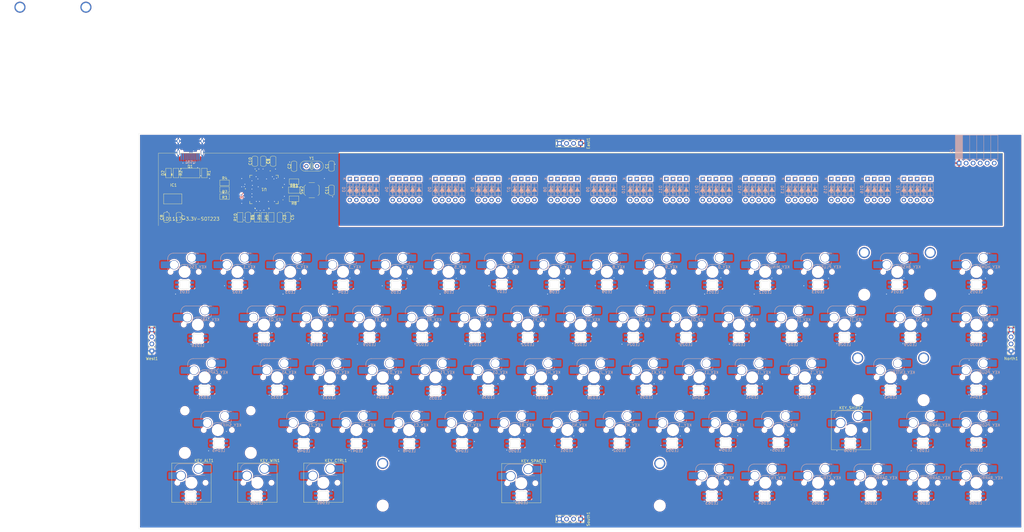
<source format=kicad_pcb>
(kicad_pcb
	(version 20241229)
	(generator "pcbnew")
	(generator_version "9.0")
	(general
		(thickness 1.6)
		(legacy_teardrops no)
	)
	(paper "A3")
	(layers
		(0 "F.Cu" signal)
		(4 "In1.Cu" signal)
		(6 "In2.Cu" signal)
		(2 "B.Cu" signal)
		(9 "F.Adhes" user "F.Adhesive")
		(11 "B.Adhes" user "B.Adhesive")
		(13 "F.Paste" user)
		(15 "B.Paste" user)
		(5 "F.SilkS" user "F.Silkscreen")
		(7 "B.SilkS" user "B.Silkscreen")
		(1 "F.Mask" user)
		(3 "B.Mask" user)
		(17 "Dwgs.User" user "User.Drawings")
		(19 "Cmts.User" user "User.Comments")
		(21 "Eco1.User" user "User.Eco1")
		(23 "Eco2.User" user "User.Eco2")
		(25 "Edge.Cuts" user)
		(27 "Margin" user)
		(31 "F.CrtYd" user "F.Courtyard")
		(29 "B.CrtYd" user "B.Courtyard")
		(35 "F.Fab" user)
		(33 "B.Fab" user)
		(39 "User.1" user)
		(41 "User.2" user)
		(43 "User.3" user)
		(45 "User.4" user)
		(47 "User.5" user)
		(49 "User.6" user)
		(51 "User.7" user)
		(53 "User.8" user)
		(55 "User.9" user)
	)
	(setup
		(stackup
			(layer "F.SilkS"
				(type "Top Silk Screen")
			)
			(layer "F.Paste"
				(type "Top Solder Paste")
			)
			(layer "F.Mask"
				(type "Top Solder Mask")
				(thickness 0.01)
			)
			(layer "F.Cu"
				(type "copper")
				(thickness 0.035)
			)
			(layer "dielectric 1"
				(type "prepreg")
				(thickness 0.1)
				(material "FR4")
				(epsilon_r 4.5)
				(loss_tangent 0.02)
			)
			(layer "In1.Cu"
				(type "copper")
				(thickness 0.035)
			)
			(layer "dielectric 2"
				(type "core")
				(thickness 1.24)
				(material "FR4")
				(epsilon_r 4.5)
				(loss_tangent 0.02)
			)
			(layer "In2.Cu"
				(type "copper")
				(thickness 0.035)
			)
			(layer "dielectric 3"
				(type "prepreg")
				(thickness 0.1)
				(material "FR4")
				(epsilon_r 4.5)
				(loss_tangent 0.02)
			)
			(layer "B.Cu"
				(type "copper")
				(thickness 0.035)
			)
			(layer "B.Mask"
				(type "Bottom Solder Mask")
				(thickness 0.01)
			)
			(layer "B.Paste"
				(type "Bottom Solder Paste")
			)
			(layer "B.SilkS"
				(type "Bottom Silk Screen")
			)
			(copper_finish "HAL lead-free")
			(dielectric_constraints no)
		)
		(pad_to_mask_clearance 0)
		(allow_soldermask_bridges_in_footprints no)
		(tenting front back)
		(grid_origin 44.85125 47.625)
		(pcbplotparams
			(layerselection 0x00000000_00000000_55555555_5755f5ff)
			(plot_on_all_layers_selection 0x00000000_00000000_00000000_00000000)
			(disableapertmacros no)
			(usegerberextensions no)
			(usegerberattributes yes)
			(usegerberadvancedattributes yes)
			(creategerberjobfile yes)
			(dashed_line_dash_ratio 12.000000)
			(dashed_line_gap_ratio 3.000000)
			(svgprecision 4)
			(plotframeref no)
			(mode 1)
			(useauxorigin no)
			(hpglpennumber 1)
			(hpglpenspeed 20)
			(hpglpendiameter 15.000000)
			(pdf_front_fp_property_popups yes)
			(pdf_back_fp_property_popups yes)
			(pdf_metadata yes)
			(pdf_single_document no)
			(dxfpolygonmode yes)
			(dxfimperialunits yes)
			(dxfusepcbnewfont yes)
			(psnegative no)
			(psa4output no)
			(plot_black_and_white yes)
			(sketchpadsonfab no)
			(plotpadnumbers no)
			(hidednponfab no)
			(sketchdnponfab yes)
			(crossoutdnponfab yes)
			(subtractmaskfromsilk no)
			(outputformat 1)
			(mirror no)
			(drillshape 1)
			(scaleselection 1)
			(outputdirectory "")
		)
	)
	(net 0 "")
	(net 1 "GND")
	(net 2 "+3.3V")
	(net 3 "+5V")
	(net 4 "Net-(D3-A)")
	(net 5 "Net-(D4-A)")
	(net 6 "Net-(D5-A)")
	(net 7 "Net-(D6-A)")
	(net 8 "Net-(D7-A)")
	(net 9 "Net-(D8-A)")
	(net 10 "Net-(D9-A)")
	(net 11 "Net-(D10-A)")
	(net 12 "Net-(D11-A)")
	(net 13 "Net-(D12-A)")
	(net 14 "Net-(D13-A)")
	(net 15 "Net-(D14-A)")
	(net 16 "Net-(D15-A)")
	(net 17 "Net-(D16-A)")
	(net 18 "Net-(D17-A)")
	(net 19 "Net-(D18-A)")
	(net 20 "Net-(D19-A)")
	(net 21 "Net-(D20-A)")
	(net 22 "Net-(D21-A)")
	(net 23 "Net-(D22-A)")
	(net 24 "Net-(D23-A)")
	(net 25 "Net-(D29-A)")
	(net 26 "Net-(D30-A)")
	(net 27 "Net-(D31-A)")
	(net 28 "Net-(D32-A)")
	(net 29 "Net-(D33-A)")
	(net 30 "Net-(D24-A)")
	(net 31 "Net-(D25-A)")
	(net 32 "Net-(D26-A)")
	(net 33 "Net-(D27-A)")
	(net 34 "Net-(D28-A)")
	(net 35 "Net-(D34-A)")
	(net 36 "/COL2")
	(net 37 "/COL3")
	(net 38 "/COL4")
	(net 39 "/COL5")
	(net 40 "/COL1")
	(net 41 "Net-(LED1-DOUT)")
	(net 42 "unconnected-(LED1-VDD-Pad1)")
	(net 43 "Net-(U1-OSCIN)")
	(net 44 "Net-(U1-OSCOUT)")
	(net 45 "Net-(U1-VCAP)")
	(net 46 "/NRST")
	(net 47 "/D+")
	(net 48 "/D-")
	(net 49 "/ROW1")
	(net 50 "/ROW2")
	(net 51 "/ROW3")
	(net 52 "/ROW4")
	(net 53 "/ROW5")
	(net 54 "Net-(D35-A)")
	(net 55 "unconnected-(LED1-VSS-Pad4)")
	(net 56 "/UART_TX_EAST")
	(net 57 "/UART_RX_EAST")
	(net 58 "Net-(U1-VDDA)")
	(net 59 "/RGB_DATAIN")
	(net 60 "Net-(D36-A)")
	(net 61 "Net-(D37-A)")
	(net 62 "Net-(D38-A)")
	(net 63 "Net-(D39-A)")
	(net 64 "Net-(D40-A)")
	(net 65 "Net-(D41-A)")
	(net 66 "Net-(D42-A)")
	(net 67 "Net-(D43-A)")
	(net 68 "Net-(D44-A)")
	(net 69 "Net-(D45-A)")
	(net 70 "Net-(D46-A)")
	(net 71 "Net-(D47-A)")
	(net 72 "Net-(D48-A)")
	(net 73 "Net-(D50-A)")
	(net 74 "Net-(D51-A)")
	(net 75 "Net-(D52-A)")
	(net 76 "Net-(D53-A)")
	(net 77 "Net-(D54-A)")
	(net 78 "Net-(D55-A)")
	(net 79 "Net-(D56-A)")
	(net 80 "Net-(D57-A)")
	(net 81 "Net-(D58-A)")
	(net 82 "/UART_TX_NORTH")
	(net 83 "/UART_RX_NORTH")
	(net 84 "Net-(USB1-CC2)")
	(net 85 "Net-(USB1-CC1)")
	(net 86 "Net-(U1-PA11)")
	(net 87 "Net-(U1-PA12)")
	(net 88 "Net-(U1-BOOT)")
	(net 89 "/JTCLK")
	(net 90 "Net-(J1-Pin_2)")
	(net 91 "/JTMS")
	(net 92 "Net-(J1-Pin_4)")
	(net 93 "Net-(J1-Pin_5)")
	(net 94 "Net-(J1-Pin_6)")
	(net 95 "/SWO")
	(net 96 "/UART_TX_SOUTH")
	(net 97 "/UART_RX_SOUTH")
	(net 98 "unconnected-(U1-PB12-Pad33)")
	(net 99 "AGND")
	(net 100 "Net-(D59-A)")
	(net 101 "/UART_TX_WEST")
	(net 102 "unconnected-(U1-PC14-Pad3)")
	(net 103 "unconnected-(U1-PC15-Pad4)")
	(net 104 "Net-(D60-A)")
	(net 105 "Net-(D61-A)")
	(net 106 "Net-(D62-A)")
	(net 107 "unconnected-(U1-PC1-Pad9)")
	(net 108 "unconnected-(U1-PC3-Pad11)")
	(net 109 "Net-(D64-A)")
	(net 110 "unconnected-(U1-PC2-Pad10)")
	(net 111 "Net-(D65-A)")
	(net 112 "Net-(D68-A)")
	(net 113 "/UART_RX_WEST")
	(net 114 "Net-(D71-A)")
	(net 115 "Net-(D72-A)")
	(net 116 "Net-(D73-A)")
	(net 117 "unconnected-(U1-PC0-Pad8)")
	(net 118 "unconnected-(U1-PC13-Pad2)")
	(net 119 "Net-(D2-A)")
	(net 120 "unconnected-(USB1-SBU2-Pad3)")
	(net 121 "unconnected-(USB1-SBU1-Pad9)")
	(net 122 "unconnected-(U1-PB8-Pad61)")
	(net 123 "unconnected-(U1-PB9-Pad62)")
	(net 124 "Net-(D74-A)")
	(net 125 "Net-(D75-A)")
	(net 126 "Net-(D76-A)")
	(net 127 "/COL12")
	(net 128 "/COL9")
	(net 129 "/COL10")
	(net 130 "/COL11")
	(net 131 "/COL6")
	(net 132 "/COL7")
	(net 133 "/COL8")
	(net 134 "/COL14")
	(net 135 "/COL13")
	(net 136 "/COL15")
	(net 137 "unconnected-(U1-PC4-Pad24)")
	(net 138 "unconnected-(LED1-DIN-Pad3)")
	(net 139 "Net-(LED2-DOUT)")
	(net 140 "unconnected-(LED2-VSS-Pad4)")
	(net 141 "unconnected-(LED2-VDD-Pad1)")
	(net 142 "unconnected-(LED3-VSS-Pad4)")
	(net 143 "unconnected-(LED3-VDD-Pad1)")
	(net 144 "Net-(LED3-DOUT)")
	(net 145 "unconnected-(LED4-VDD-Pad1)")
	(net 146 "unconnected-(LED4-VSS-Pad4)")
	(net 147 "Net-(LED4-DOUT)")
	(net 148 "unconnected-(LED5-VDD-Pad1)")
	(net 149 "Net-(LED5-DOUT)")
	(net 150 "unconnected-(LED5-VSS-Pad4)")
	(net 151 "unconnected-(LED6-VDD-Pad1)")
	(net 152 "unconnected-(LED6-VSS-Pad4)")
	(net 153 "Net-(LED6-DOUT)")
	(net 154 "unconnected-(LED7-VDD-Pad1)")
	(net 155 "unconnected-(LED7-VSS-Pad4)")
	(net 156 "Net-(LED7-DOUT)")
	(net 157 "Net-(LED8-DOUT)")
	(net 158 "unconnected-(LED8-VDD-Pad1)")
	(net 159 "unconnected-(LED8-VSS-Pad4)")
	(net 160 "Net-(LED10-DIN)")
	(net 161 "unconnected-(LED9-VDD-Pad1)")
	(net 162 "unconnected-(LED9-VSS-Pad4)")
	(net 163 "Net-(LED10-DOUT)")
	(net 164 "unconnected-(LED10-VDD-Pad1)")
	(net 165 "unconnected-(LED10-VSS-Pad4)")
	(net 166 "Net-(LED11-DOUT)")
	(net 167 "unconnected-(LED11-VDD-Pad1)")
	(net 168 "unconnected-(LED11-VSS-Pad4)")
	(net 169 "unconnected-(LED12-VDD-Pad1)")
	(net 170 "unconnected-(LED12-VSS-Pad4)")
	(net 171 "Net-(LED12-DOUT)")
	(net 172 "Net-(LED13-DOUT)")
	(net 173 "unconnected-(LED13-VSS-Pad4)")
	(net 174 "unconnected-(LED13-VDD-Pad1)")
	(net 175 "unconnected-(LED14-VDD-Pad1)")
	(net 176 "Net-(LED14-DOUT)")
	(net 177 "unconnected-(LED14-VSS-Pad4)")
	(net 178 "unconnected-(LED15-VSS-Pad4)")
	(net 179 "Net-(LED15-DOUT)")
	(net 180 "unconnected-(LED15-VDD-Pad1)")
	(net 181 "Net-(LED16-DOUT)")
	(net 182 "unconnected-(LED16-VDD-Pad1)")
	(net 183 "unconnected-(LED16-VSS-Pad4)")
	(net 184 "unconnected-(LED17-VDD-Pad1)")
	(net 185 "unconnected-(LED17-VSS-Pad4)")
	(net 186 "Net-(LED17-DOUT)")
	(net 187 "unconnected-(LED18-VDD-Pad1)")
	(net 188 "unconnected-(LED18-VSS-Pad4)")
	(net 189 "Net-(LED18-DOUT)")
	(net 190 "Net-(LED19-DOUT)")
	(net 191 "unconnected-(LED19-VDD-Pad1)")
	(net 192 "unconnected-(LED19-VSS-Pad4)")
	(net 193 "unconnected-(LED20-VSS-Pad4)")
	(net 194 "unconnected-(LED20-VDD-Pad1)")
	(net 195 "Net-(LED20-DOUT)")
	(net 196 "unconnected-(LED21-VSS-Pad4)")
	(net 197 "unconnected-(LED21-VDD-Pad1)")
	(net 198 "Net-(LED21-DOUT)")
	(net 199 "unconnected-(LED22-VSS-Pad4)")
	(net 200 "Net-(LED22-DOUT)")
	(net 201 "unconnected-(LED22-VDD-Pad1)")
	(net 202 "Net-(LED23-DOUT)")
	(net 203 "unconnected-(LED23-VDD-Pad1)")
	(net 204 "unconnected-(LED23-VSS-Pad4)")
	(net 205 "unconnected-(LED24-VDD-Pad1)")
	(net 206 "Net-(LED24-DOUT)")
	(net 207 "unconnected-(LED24-VSS-Pad4)")
	(net 208 "unconnected-(LED25-VSS-Pad4)")
	(net 209 "unconnected-(LED25-VDD-Pad1)")
	(net 210 "Net-(LED25-DOUT)")
	(net 211 "Net-(LED26-DOUT)")
	(net 212 "unconnected-(LED26-VSS-Pad4)")
	(net 213 "unconnected-(LED26-VDD-Pad1)")
	(net 214 "unconnected-(LED27-VSS-Pad4)")
	(net 215 "unconnected-(LED27-VDD-Pad1)")
	(net 216 "Net-(LED27-DOUT)")
	(net 217 "unconnected-(LED28-VSS-Pad4)")
	(net 218 "unconnected-(LED28-VDD-Pad1)")
	(net 219 "Net-(LED28-DOUT)")
	(net 220 "unconnected-(LED29-VDD-Pad1)")
	(net 221 "Net-(LED29-DOUT)")
	(net 222 "unconnected-(LED29-VSS-Pad4)")
	(net 223 "Net-(LED30-DOUT)")
	(net 224 "unconnected-(LED30-VSS-Pad4)")
	(net 225 "unconnected-(LED30-VDD-Pad1)")
	(net 226 "Net-(LED31-DOUT)")
	(net 227 "unconnected-(LED31-VSS-Pad4)")
	(net 228 "unconnected-(LED31-VDD-Pad1)")
	(net 229 "unconnected-(LED32-VSS-Pad4)")
	(net 230 "unconnected-(LED32-VDD-Pad1)")
	(net 231 "Net-(LED32-DOUT)")
	(net 232 "unconnected-(LED33-VSS-Pad4)")
	(net 233 "unconnected-(LED33-VDD-Pad1)")
	(net 234 "Net-(LED33-DOUT)")
	(net 235 "unconnected-(LED34-VDD-Pad1)")
	(net 236 "Net-(LED34-DOUT)")
	(net 237 "unconnected-(LED34-VSS-Pad4)")
	(net 238 "unconnected-(LED35-VSS-Pad4)")
	(net 239 "Net-(LED35-DOUT)")
	(net 240 "unconnected-(LED35-VDD-Pad1)")
	(net 241 "Net-(LED36-DOUT)")
	(net 242 "unconnected-(LED36-VDD-Pad1)")
	(net 243 "unconnected-(LED36-VSS-Pad4)")
	(net 244 "unconnected-(LED37-VSS-Pad4)")
	(net 245 "unconnected-(LED37-VDD-Pad1)")
	(net 246 "Net-(LED37-DOUT)")
	(net 247 "unconnected-(LED38-VSS-Pad4)")
	(net 248 "unconnected-(LED38-VDD-Pad1)")
	(net 249 "Net-(LED38-DOUT)")
	(net 250 "unconnected-(LED39-VDD-Pad1)")
	(net 251 "Net-(LED39-DOUT)")
	(net 252 "unconnected-(LED39-VSS-Pad4)")
	(net 253 "Net-(LED40-DOUT)")
	(net 254 "unconnected-(LED40-VSS-Pad4)")
	(net 255 "unconnected-(LED40-VDD-Pad1)")
	(net 256 "unconnected-(LED41-VSS-Pad4)")
	(net 257 "Net-(LED41-DOUT)")
	(net 258 "unconnected-(LED41-VDD-Pad1)")
	(net 259 "unconnected-(LED42-VDD-Pad1)")
	(net 260 "unconnected-(LED42-VSS-Pad4)")
	(net 261 "Net-(LED42-DOUT)")
	(net 262 "unconnected-(LED43-VSS-Pad4)")
	(net 263 "unconnected-(LED43-VDD-Pad1)")
	(net 264 "Net-(LED43-DOUT)")
	(net 265 "Net-(LED44-DOUT)")
	(net 266 "unconnected-(LED44-VSS-Pad4)")
	(net 267 "unconnected-(LED44-VDD-Pad1)")
	(net 268 "Net-(LED45-DOUT)")
	(net 269 "unconnected-(LED45-VSS-Pad4)")
	(net 270 "unconnected-(LED45-VDD-Pad1)")
	(net 271 "Net-(LED46-DOUT)")
	(net 272 "unconnected-(LED46-VDD-Pad1)")
	(net 273 "unconnected-(LED46-VSS-Pad4)")
	(net 274 "Net-(LED47-DOUT)")
	(net 275 "unconnected-(LED47-VSS-Pad4)")
	(net 276 "unconnected-(LED47-VDD-Pad1)")
	(net 277 "unconnected-(LED48-VDD-Pad1)")
	(net 278 "unconnected-(LED48-VSS-Pad4)")
	(net 279 "Net-(LED48-DOUT)")
	(net 280 "unconnected-(LED49-VDD-Pad1)")
	(net 281 "unconnected-(LED49-VSS-Pad4)")
	(net 282 "Net-(LED49-DOUT)")
	(net 283 "Net-(LED50-DOUT)")
	(net 284 "unconnected-(LED50-VDD-Pad1)")
	(net 285 "unconnected-(LED50-VSS-Pad4)")
	(net 286 "unconnected-(LED51-VDD-Pad1)")
	(net 287 "unconnected-(LED51-VSS-Pad4)")
	(net 288 "Net-(LED51-DOUT)")
	(net 289 "unconnected-(LED52-VDD-Pad1)")
	(net 290 "Net-(LED52-DOUT)")
	(net 291 "unconnected-(LED52-VSS-Pad4)")
	(net 292 "unconnected-(LED53-VDD-Pad1)")
	(net 293 "unconnected-(LED53-VSS-Pad4)")
	(net 294 "Net-(LED53-DOUT)")
	(net 295 "Net-(LED54-DOUT)")
	(net 296 "unconnected-(LED54-VDD-Pad1)")
	(net 297 "unconnected-(LED54-VSS-Pad4)")
	(net 298 "unconnected-(LED55-VDD-Pad1)")
	(net 299 "unconnected-(LED55-VSS-Pad4)")
	(net 300 "Net-(LED55-DOUT)")
	(net 301 "unconnected-(LED56-VDD-Pad1)")
	(net 302 "Net-(LED56-DOUT)")
	(net 303 "unconnected-(LED56-VSS-Pad4)")
	(net 304 "unconnected-(LED57-VDD-Pad1)")
	(net 305 "Net-(LED57-DOUT)")
	(net 306 "unconnected-(LED57-VSS-Pad4)")
	(net 307 "Net-(LED58-DOUT)")
	(net 308 "unconnected-(LED58-VDD-Pad1)")
	(net 309 "unconnected-(LED58-VSS-Pad4)")
	(net 310 "unconnected-(LED59-VDD-Pad1)")
	(net 311 "Net-(LED59-DOUT)")
	(net 312 "unconnected-(LED59-VSS-Pad4)")
	(net 313 "Net-(LED60-DOUT)")
	(net 314 "unconnected-(LED60-VDD-Pad1)")
	(net 315 "unconnected-(LED60-VSS-Pad4)")
	(net 316 "Net-(LED61-DOUT)")
	(net 317 "unconnected-(LED61-VSS-Pad4)")
	(net 318 "unconnected-(LED61-VDD-Pad1)")
	(net 319 "unconnected-(LED62-VDD-Pad1)")
	(net 320 "unconnected-(LED62-VSS-Pad4)")
	(net 321 "Net-(LED62-DOUT)")
	(net 322 "unconnected-(LED63-VDD-Pad1)")
	(net 323 "unconnected-(LED63-VSS-Pad4)")
	(net 324 "Net-(LED63-DOUT)")
	(net 325 "unconnected-(LED64-VDD-Pad1)")
	(net 326 "unconnected-(LED64-VSS-Pad4)")
	(net 327 "Net-(LED64-DOUT)")
	(net 328 "unconnected-(LED65-VDD-Pad1)")
	(net 329 "Net-(LED65-DOUT)")
	(net 330 "unconnected-(LED65-VSS-Pad4)")
	(net 331 "unconnected-(LED66-VSS-Pad4)")
	(net 332 "Net-(LED66-DOUT)")
	(net 333 "unconnected-(LED66-VDD-Pad1)")
	(net 334 "unconnected-(LED67-VSS-Pad4)")
	(net 335 "unconnected-(LED67-VDD-Pad1)")
	(net 336 "Net-(LED67-DOUT)")
	(net 337 "unconnected-(LED68-VDD-Pad1)")
	(net 338 "unconnected-(LED68-VSS-Pad4)")
	(net 339 "unconnected-(LED68-DOUT-Pad2)")
	(net 340 "unconnected-(U1-PA6-Pad22)")
	(net 341 "unconnected-(U1-PA4-Pad20)")
	(net 342 "unconnected-(U1-PA7-Pad23)")
	(footprint "PCM_Resistor_SMD_AKL:R_0805_2012Metric" (layer "F.Cu") (at 87.6083 77.925 90))
	(footprint "PCM_Capacitor_SMD_AKL:C_0805_2012Metric" (layer "F.Cu") (at 54.8513 77.95 90))
	(footprint "PCM_marbastlib-mx:STAB_MX_P_2u" (layer "F.Cu") (at 318.695 97.6312))
	(footprint "PCM_Resistor_SMD_AKL:R_0805_2012Metric" (layer "F.Cu") (at 100.9513 65.025 180))
	(footprint "PCM_Switch_Keyboard_Hotswap_Kailh:SW_Hotswap_Kailh_MX_Plated_1.25u" (layer "F.Cu") (at 111.5263 173.8312))
	(footprint "PCM_Switch_Keyboard_Hotswap_Kailh:SW_Hotswap_Kailh_MX_Plated_1.25u" (layer "F.Cu") (at 182.9638 173.99))
	(footprint "Connector_PinSocket_2.54mm:PinSocket_1x04_P2.54mm_Vertical" (layer "F.Cu") (at 359.7718 126.2063 180))
	(footprint "PCM_Resistor_SMD_AKL:R_0805_2012Metric" (layer "F.Cu") (at 92.7083 77.925 90))
	(footprint "PCM_Resistor_SMD_AKL:R_0805_2012Metric" (layer "F.Cu") (at 81.4763 77.925 90))
	(footprint "Connector_PinSocket_2.54mm:PinSocket_1x04_P2.54mm_Vertical" (layer "F.Cu") (at 49.6138 126.2063 180))
	(footprint "PCM_marbastlib-mx:STAB_MX_2.25u" (layer "F.Cu") (at 73.4263 154.7812))
	(footprint "PCM_marbastlib-mx:STAB_MX_P_6.25u" (layer "F.Cu") (at 182.9638 173.8312))
	(footprint "PCM_Resistor_SMD_AKL:R_0805_2012Metric" (layer "F.Cu") (at 75.8763 67.8656 180))
	(footprint "PCM_marbastlib-mx:STAB_MX_P_2.25u" (layer "F.Cu") (at 316.3138 135.7312))
	(footprint "PCM_Capacitor_SMD_AKL:C_0805_2012Metric" (layer "F.Cu") (at 93.4013 57.65 90))
	(footprint "PCM_Resistor_SMD_AKL:R_0805_2012Metric" (layer "F.Cu") (at 75.8763 70.425))
	(footprint "PCM_Capacitor_SMD_AKL:C_0805_2012Metric" (layer "F.Cu") (at 100.9513 59.475 90))
	(footprint "PCM_Capacitor_SMD_AKL:C_0805_2012Metric" (layer "F.Cu") (at 89.8513 57.65 -90))
	(footprint "PCM_Capacitor_SMD_AKL:C_0805_2012Metric" (layer "F.Cu") (at 84.3513 77.925 -90))
	(footprint "PCM_Switch_Keyboard_Hotswap_Kailh:SW_Hotswap_Kailh_MX_Plated_1.25u" (layer "F.Cu") (at 63.9013 173.8312))
	(footprint "PCM_marbastlib-various:SW_SPST_SKQG_WithStem" (layer "F.Cu") (at 107.3413 68.125 90))
	(footprint "PCM_Diode_SMD_AKL:D_SOD-323" (layer "F.Cu") (at 55.6513 61.925 90))
	(footprint "PCM_marbastlib-mx:STAB_MX_P_2u" (layer "F.Cu") (at 13.9063 8.985))
	(footprint "PCM_Switch_Keyboard_Hotswap_Kailh:SW_Hotswap_Kailh_MX_Plated_1.25u" (layer "F.Cu") (at 87.7138 173.8312))
	(footprint "PCM_Resistor_SMD_AKL:R_0805_2012Metric" (layer "F.Cu") (at 58.3513 61.925 -90))
	(footprint "PCM_Capacitor_SMD_AKL:C_0805_2012Metric" (layer "F.Cu") (at 86.8013 57.65 90))
	(footprint "PCM_Capacitor_SMD_AKL:C_0805_2012Metric" (layer "F.Cu") (at 114.4763 68.125 90))
	(footprint "PCM_Resistor_SMD_AKL:R_0805_2012Metric"
		(layer "F.Cu")
		(uuid "99d4d3ed-d081-4425-aa84-18455422f1c8")
		(at 90.1083 77.925 90)
		(descr "Resistor SMD 0805 (2012 Metric), square (rectangular) end terminal, IPC_7351 nominal, (Body size source: IPC-SM-782 page 72, https://www.pcb-3d.com/wordpress/wp-content/uploads/ipc-sm-782a_amendment_1_and_2.pdf), Alternate KiCad Library")
		(tags "resistor")
		(property "Reference" "R9"
			(at 0 -1.7 90)
			(layer "F.SilkS")
			(uuid "251251c1-3b9f-4672-ae25-737c31014bd2")
			(effects
				(font
					(size 1 1)
					(thickness 0.15)
				)
			)
		)
		(property "Value" "22"
			(at 0 1.65 90)
			(layer "F.Fab")
			(hide yes)
			(uuid "728f272d-b5d3-406a-8f54-d5d3605d8060")
			(effects
				(font
					(size 1 1)
					(thickness 0.15)
				)
			)
		)
		(property "Datasheet" "~"
			(at 0 0 90)
			(layer "F.Fab")
			(hide yes)
			(uuid "2ee2a8ab-d4b5-4df7-ae22-c5b805af4a03")
			(effects
				(font
					(size 1.27 1.27)
					(thickness 0.15)
				)
			)
		)
		(property "Description" "SMD 0805 Chip Resistor, European Symbol, Alternate KiCad Library"
			(at 0 0 90)
			(layer "F.Fab")
			(hide yes)
			(uuid "6accdc8b-b209-41fe-be7a-af70b2bb9823")
			(effects
				(font
					(size 1.27 1.27)
					(thickness 0.15)
				)
			)
		)
		(property ki_fp_filters "R_*")
		(path "/9c5f0493-d680-4847-8e64-3696158e4f7e")
		(sheetname "/")
		(sheetfile "68percent.kicad_sch")
		(attr smd)
		(fp_line
			(start 1.7 -1)
			(end -1.7 -1)
			(stroke
				(width 0.12)
				(type solid)
			)
			(layer "F.SilkS")
			(uuid "7e281cf0-3118-4a14-95e5-cb89ee907c1d")
		)
		(fp_line
			(start -1.7 -1)
			(end -1.7 1)
			(stroke
				(width 0.12)
				(type solid)
			)
			(layer "F.SilkS")
			(uuid "730eca2e-ef64-486c-88ac-ee8416494e11")
		)
		(fp_line
			(start 1.7 1)
			(end 1.7 -1)
			(stroke
				(width 0.12)
				(type solid)
			)
			(layer "F.SilkS")
			(uuid "2337d18b-db8b-47ca-8355-61bf576804e2")
		)
		(fp_line
			(start -1.7 1)

... [4902317 chars truncated]
</source>
